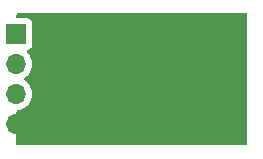
<source format=gbr>
%TF.GenerationSoftware,KiCad,Pcbnew,7.0.2*%
%TF.CreationDate,2023-09-29T19:18:40+02:00*%
%TF.ProjectId,crowbar,63726f77-6261-4722-9e6b-696361645f70,rev?*%
%TF.SameCoordinates,Original*%
%TF.FileFunction,Copper,L1,Top*%
%TF.FilePolarity,Positive*%
%FSLAX46Y46*%
G04 Gerber Fmt 4.6, Leading zero omitted, Abs format (unit mm)*
G04 Created by KiCad (PCBNEW 7.0.2) date 2023-09-29 19:18:40*
%MOMM*%
%LPD*%
G01*
G04 APERTURE LIST*
%TA.AperFunction,ComponentPad*%
%ADD10R,1.700000X1.700000*%
%TD*%
%TA.AperFunction,ComponentPad*%
%ADD11O,1.700000X1.700000*%
%TD*%
G04 APERTURE END LIST*
D10*
%TO.P,J1,1,Pin_1*%
%TO.N,Net-(D1-A1)*%
X93980000Y-68580000D03*
D11*
%TO.P,J1,2,Pin_2*%
%TO.N,Net-(J1-Pin_2)*%
X93980000Y-71120000D03*
%TO.P,J1,3,Pin_3*%
%TO.N,Net-(J1-Pin_3)*%
X93980000Y-73660000D03*
%TO.P,J1,4,Pin_4*%
%TO.N,GND*%
X93980000Y-76200000D03*
%TD*%
%TA.AperFunction,Conductor*%
%TO.N,GND*%
G36*
X113480539Y-66822185D02*
G01*
X113526294Y-66874989D01*
X113537500Y-66926500D01*
X113537500Y-77853500D01*
X113517815Y-77920539D01*
X113465011Y-77966294D01*
X113413500Y-77977500D01*
X94104500Y-77977500D01*
X94037461Y-77957815D01*
X93991706Y-77905011D01*
X93980500Y-77853500D01*
X93980500Y-75129240D01*
X94000185Y-75062201D01*
X94052989Y-75016446D01*
X94093693Y-75005712D01*
X94159642Y-74999941D01*
X94215408Y-74995063D01*
X94443663Y-74933903D01*
X94657830Y-74834035D01*
X94851401Y-74698495D01*
X95018495Y-74531401D01*
X95154035Y-74337830D01*
X95253903Y-74123663D01*
X95315063Y-73895408D01*
X95335659Y-73660000D01*
X95315063Y-73424592D01*
X95253903Y-73196337D01*
X95154035Y-72982171D01*
X95018495Y-72788599D01*
X94851401Y-72621505D01*
X94665839Y-72491573D01*
X94622216Y-72436998D01*
X94615022Y-72367500D01*
X94646545Y-72305145D01*
X94665837Y-72288428D01*
X94851401Y-72158495D01*
X95018495Y-71991401D01*
X95154035Y-71797830D01*
X95253903Y-71583663D01*
X95315063Y-71355408D01*
X95335659Y-71120000D01*
X95315063Y-70884592D01*
X95253903Y-70656337D01*
X95154035Y-70442171D01*
X95018495Y-70248599D01*
X94896568Y-70126673D01*
X94863084Y-70065350D01*
X94868068Y-69995658D01*
X94909940Y-69939725D01*
X94940915Y-69922810D01*
X95072331Y-69873796D01*
X95187546Y-69787546D01*
X95273796Y-69672331D01*
X95324091Y-69537483D01*
X95330500Y-69477873D01*
X95330499Y-67682128D01*
X95324091Y-67622517D01*
X95273796Y-67487669D01*
X95187546Y-67372454D01*
X95072331Y-67286204D01*
X94937483Y-67235909D01*
X94877873Y-67229500D01*
X94874551Y-67229500D01*
X94104500Y-67229500D01*
X94037461Y-67209815D01*
X93991706Y-67157011D01*
X93980500Y-67105500D01*
X93980500Y-66926500D01*
X94000185Y-66859461D01*
X94052989Y-66813706D01*
X94104500Y-66802500D01*
X113413500Y-66802500D01*
X113480539Y-66822185D01*
G37*
%TD.AperFunction*%
%TD*%
M02*

</source>
